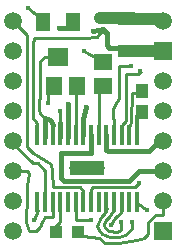
<source format=gtl>
%FSTAX23Y23*%
%MOIN*%
%SFA1B1*%

%IPPOS*%
%ADD10R,0.013780X0.066930*%
%ADD11R,0.118110X0.048060*%
%ADD12R,0.043310X0.043310*%
%ADD13R,0.055120X0.059060*%
%ADD14R,0.059060X0.055120*%
%ADD15R,0.043310X0.047240*%
%ADD16R,0.051180X0.062990*%
%ADD17R,0.070870X0.062990*%
%ADD18R,0.102360X0.043310*%
%ADD19C,0.010000*%
%ADD20C,0.015000*%
%ADD21C,0.014000*%
%ADD22C,0.040000*%
%ADD23C,0.059060*%
%ADD24R,0.059060X0.059060*%
%ADD25C,0.025980*%
%ADD26C,0.015000*%
%LNdrv8825_printplaat-1*%
%LPD*%
G54D10*
X00463Y00369D03*
X00438D03*
X00412D03*
X00387D03*
X00361D03*
X00335D03*
X0031D03*
X00284D03*
X00259D03*
X00233D03*
X00207D03*
X00182D03*
X00156D03*
X00131D03*
X00463Y00145D03*
X00438D03*
X00412D03*
X00387D03*
X00361D03*
X00335D03*
X0031D03*
X00284D03*
X00259D03*
X00233D03*
X00207D03*
X00182D03*
X00156D03*
X00131D03*
G54D11*
X00297Y00257D03*
G54D12*
X00192Y00045D03*
X00267D03*
G54D13*
X00185Y00532D03*
X00264D03*
G54D14*
X0035Y00611D03*
Y00533D03*
G54D15*
X0048Y00444D03*
Y00515D03*
G54D16*
X0015Y00745D03*
X0025D03*
G54D17*
X002Y0063D03*
G54D18*
X0045Y00649D03*
Y00755D03*
G54D19*
X001Y00792D02*
X00135Y00762D01*
X00282Y00032D02*
X00337Y00025D01*
X00463Y00142D02*
X00497Y00117D01*
X0031Y00187D02*
X0031Y00142D01*
X00259Y00086D02*
Y00142D01*
X0005Y0034D02*
X00115Y00275D01*
X00132*
X00156Y0025*
Y00142D02*
Y0025D01*
X0005Y0075D02*
X00097Y00702D01*
Y0033D02*
Y00702D01*
Y0033D02*
X00117Y0031D01*
X0005Y0025D02*
X00095D01*
X00102Y00242*
X00182Y00095D02*
Y00142D01*
X0032Y00715D02*
X00362Y0071D01*
X0055Y00102D02*
Y0015D01*
X00525Y00102D02*
X0055D01*
X005Y00077D02*
X00525Y00102D01*
X00259Y00362D02*
Y00527D01*
X00232Y00472D02*
X00233D01*
X00387Y00362D02*
Y00412D01*
X00412Y00362D02*
Y00402D01*
X00425Y00415*
Y00572*
X00467*
X00475Y0058*
X00445Y0051D02*
X0047D01*
X00335Y00362D02*
Y00525D01*
X00402Y006D02*
X00435D01*
X00402Y0049D02*
Y006D01*
X00207Y0008D02*
Y00137D01*
X005Y0004D02*
Y00077D01*
X00485Y00025D02*
X005Y0004D01*
X00445Y00077D02*
X00447Y00055D01*
X00165Y00475D02*
X0017Y00532D01*
X00117Y0031D02*
X00175Y00272D01*
X0018Y0025*
X00287Y0065D02*
X0035Y00611D01*
X00207Y0045D02*
X00207Y00408D01*
X00157Y00627D02*
X002Y0063D01*
X00182Y00367D02*
X00182Y00402D01*
X0013Y00405D02*
X00131Y00367D01*
X00122Y00417D02*
X0013Y00405D01*
X00115Y00422D02*
X00122Y00417D01*
X00115Y00422D02*
Y00492D01*
Y00622*
Y00672*
X0012Y00692*
X0019*
X00287*
X0014Y00615D02*
X00157Y00627D01*
X0014Y006D02*
Y00615D01*
Y005D02*
Y006D01*
X00137Y0048D02*
X0014Y005D01*
X00137Y00467D02*
Y0048D01*
Y00455D02*
Y00467D01*
Y00455D02*
X0014Y0044D01*
X00155Y00425*
X00287Y00692D02*
X0033Y00695D01*
X0034Y00707*
X00342Y0072*
X00442Y00415D02*
X00445Y0051D01*
X0044Y00397D02*
X00442Y00415D01*
X0018Y0025D02*
X00182Y00194D01*
X0031Y00187D02*
X00317Y00195D01*
X00457*
X0047Y00207*
X00184Y00195D02*
X00272D01*
X00284Y00182*
Y00142D02*
Y00182D01*
X0012Y00085D02*
X00132Y00117D01*
X00155Y00095D02*
X00182D01*
X00145Y0008D02*
X00155Y00095D01*
X0014Y00062D02*
X00145Y0008D01*
X00127Y0005D02*
X0014Y00062D01*
X00102Y0005D02*
X00127D01*
X00092Y00077D02*
X00102Y0005D01*
X00092Y00077D02*
Y00102D01*
X00097Y00145*
Y002*
X00102Y00242*
X00259Y00086D02*
X0031Y00085D01*
X00407Y00105D02*
X00412Y0012D01*
X00397Y00097D02*
X00407Y00105D01*
X00387Y00087D02*
X00397Y00097D01*
X00377Y0007D02*
X00387Y00087D01*
X00372Y00097D02*
X00387Y00122D01*
X00357Y00082D02*
X00372Y00097D01*
X00352Y00067D02*
X00357Y00082D01*
X00352Y00067D02*
X00355Y00057D01*
X0041Y00052D02*
Y00077D01*
X00331Y00065D02*
X00342Y00095D01*
X00357Y00107*
X00362Y00125*
X00337Y00025D02*
X00355Y0001D01*
X004*
X00462Y00017*
X00485Y00025*
X00355Y00057D02*
X0037Y00047D01*
X00397Y00045*
X0041Y00052*
X00422Y00035D02*
X00447Y00055D01*
X00402Y00027D02*
X00422Y00035D01*
X00331Y00065D02*
X00335Y00052D01*
X00347Y00037*
X00372Y00027*
X00402*
X0019Y00062D02*
X00207Y0008D01*
X00382Y00432D02*
X00387Y00412D01*
X00382Y00432D02*
Y00455D01*
X00397Y00482*
X00402Y0049*
G54D20*
X00202Y00725D02*
X00235D01*
X0021Y00245D02*
Y00307D01*
Y00225D02*
X0022Y00215D01*
X0047Y0025D02*
X0055D01*
X00465Y00245D02*
X0047Y0025D01*
X0031Y00307D02*
Y00367D01*
X00487Y00315D02*
X00502D01*
X00361Y00318D02*
Y00367D01*
Y00318D02*
X00365Y00315D01*
X00487*
X00502D02*
X00537Y0035D01*
X00361Y00318D02*
X00365Y00315D01*
X00233Y00362D02*
Y00472D01*
X00317Y00715D02*
X0035Y00722D01*
X00362Y0071*
Y00667D02*
Y0071D01*
X0037Y0066D02*
X00412D01*
X00362Y00667D02*
X0037Y0066D01*
X00235Y00725D02*
X00247D01*
X00156Y00362D02*
X00157Y0041D01*
X00207Y00362D02*
Y00408D01*
X00284Y00367D02*
Y00422D01*
X00292Y00462*
X00155Y00425D02*
X00157Y0041D01*
X00177Y00415D02*
X00182Y00402D01*
X00172Y0042D02*
X00177Y00415D01*
X00155Y00425D02*
X00172Y0042D01*
X0021Y00307D02*
X0031D01*
X0021Y00225D02*
Y00245D01*
X0022Y00215D02*
X00435D01*
X00465Y00245*
G54D21*
X00463Y00362D02*
Y00433D01*
G54D22*
X0034Y0076D02*
X0045D01*
Y00649D02*
X00549D01*
X0045Y00755D02*
X00544D01*
G54D23*
X0055Y0075D03*
Y0055D03*
Y0045D03*
Y0035D03*
Y0025D03*
Y0015D03*
X0005Y0005D03*
Y0015D03*
Y0025D03*
Y0035D03*
Y0045D03*
Y0055D03*
Y0065D03*
Y0075D03*
G54D24*
X0055Y0065D03*
Y0005D03*
G54D25*
X00344Y00257D03*
X00297D03*
X0025D03*
G54D26*
X00497Y00117D03*
X00445Y00077D03*
X0047Y00207D03*
X00205Y0045D03*
X0012Y00085D03*
X00233Y00472D03*
X00232Y0043D03*
X00292Y00462D03*
X00285Y0043D03*
X00165Y00475D03*
X00442Y006D03*
X00473Y00582D03*
X00287Y0065D03*
X0037Y00752D03*
X00332Y00755D03*
X00352Y00715D03*
X00317D03*
X00202Y00725D03*
X00377Y0007D03*
X0041Y00077D03*
X001Y00792D03*
X0031Y00085D03*
M02*
</source>
